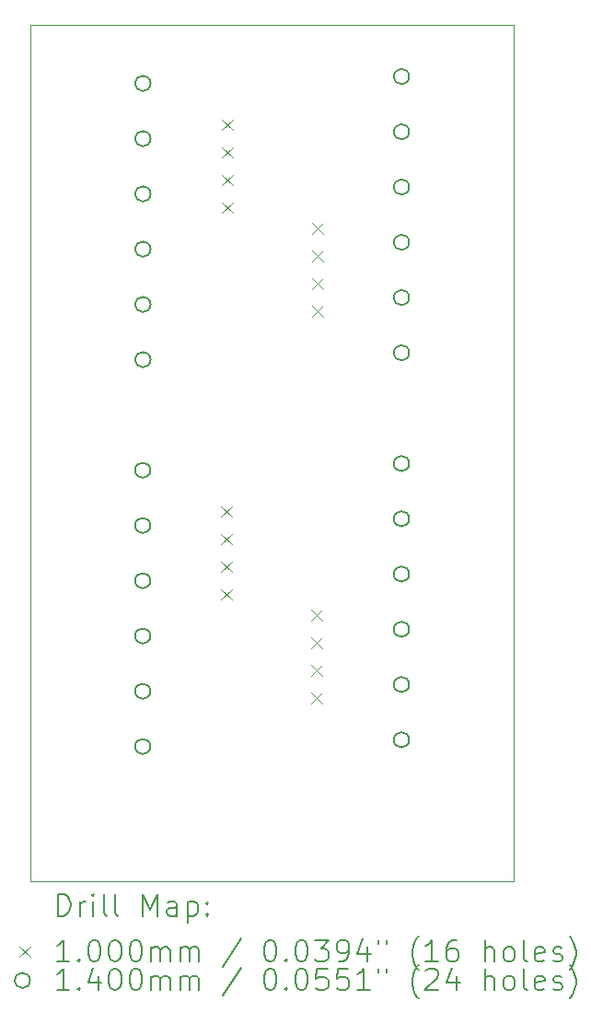
<source format=gbr>
%FSLAX45Y45*%
G04 Gerber Fmt 4.5, Leading zero omitted, Abs format (unit mm)*
G04 Created by KiCad (PCBNEW (6.0.6)) date 2022-07-28 14:44:12*
%MOMM*%
%LPD*%
G01*
G04 APERTURE LIST*
%TA.AperFunction,Profile*%
%ADD10C,0.100000*%
%TD*%
%ADD11C,0.200000*%
%ADD12C,0.100000*%
%ADD13C,0.140000*%
G04 APERTURE END LIST*
D10*
X11269980Y-6195060D02*
X15714980Y-6195060D01*
X15714980Y-6195060D02*
X15714980Y-14069060D01*
X15714980Y-14069060D02*
X11269980Y-14069060D01*
X11269980Y-14069060D02*
X11269980Y-6195060D01*
D11*
D12*
X13019720Y-10618000D02*
X13119720Y-10718000D01*
X13119720Y-10618000D02*
X13019720Y-10718000D01*
X13019720Y-10872000D02*
X13119720Y-10972000D01*
X13119720Y-10872000D02*
X13019720Y-10972000D01*
X13019720Y-11126000D02*
X13119720Y-11226000D01*
X13119720Y-11126000D02*
X13019720Y-11226000D01*
X13019720Y-11380000D02*
X13119720Y-11480000D01*
X13119720Y-11380000D02*
X13019720Y-11480000D01*
X13031000Y-7062000D02*
X13131000Y-7162000D01*
X13131000Y-7062000D02*
X13031000Y-7162000D01*
X13031000Y-7316000D02*
X13131000Y-7416000D01*
X13131000Y-7316000D02*
X13031000Y-7416000D01*
X13031000Y-7570000D02*
X13131000Y-7670000D01*
X13131000Y-7570000D02*
X13031000Y-7670000D01*
X13031000Y-7824000D02*
X13131000Y-7924000D01*
X13131000Y-7824000D02*
X13031000Y-7924000D01*
X13848880Y-11573040D02*
X13948880Y-11673040D01*
X13948880Y-11573040D02*
X13848880Y-11673040D01*
X13848880Y-11827040D02*
X13948880Y-11927040D01*
X13948880Y-11827040D02*
X13848880Y-11927040D01*
X13848880Y-12081040D02*
X13948880Y-12181040D01*
X13948880Y-12081040D02*
X13848880Y-12181040D01*
X13848880Y-12335040D02*
X13948880Y-12435040D01*
X13948880Y-12335040D02*
X13848880Y-12435040D01*
X13856500Y-8014500D02*
X13956500Y-8114500D01*
X13956500Y-8014500D02*
X13856500Y-8114500D01*
X13856500Y-8268500D02*
X13956500Y-8368500D01*
X13956500Y-8268500D02*
X13856500Y-8368500D01*
X13856500Y-8522500D02*
X13956500Y-8622500D01*
X13956500Y-8522500D02*
X13856500Y-8622500D01*
X13856500Y-8776500D02*
X13956500Y-8876500D01*
X13956500Y-8776500D02*
X13856500Y-8876500D01*
D13*
X12371220Y-10287000D02*
G75*
G03*
X12371220Y-10287000I-70000J0D01*
G01*
X12371220Y-10795000D02*
G75*
G03*
X12371220Y-10795000I-70000J0D01*
G01*
X12371220Y-11303000D02*
G75*
G03*
X12371220Y-11303000I-70000J0D01*
G01*
X12371220Y-11811000D02*
G75*
G03*
X12371220Y-11811000I-70000J0D01*
G01*
X12371220Y-12319000D02*
G75*
G03*
X12371220Y-12319000I-70000J0D01*
G01*
X12371220Y-12827000D02*
G75*
G03*
X12371220Y-12827000I-70000J0D01*
G01*
X12373760Y-6731000D02*
G75*
G03*
X12373760Y-6731000I-70000J0D01*
G01*
X12373760Y-7239000D02*
G75*
G03*
X12373760Y-7239000I-70000J0D01*
G01*
X12373760Y-7747000D02*
G75*
G03*
X12373760Y-7747000I-70000J0D01*
G01*
X12373760Y-8255000D02*
G75*
G03*
X12373760Y-8255000I-70000J0D01*
G01*
X12373760Y-8763000D02*
G75*
G03*
X12373760Y-8763000I-70000J0D01*
G01*
X12373760Y-9271000D02*
G75*
G03*
X12373760Y-9271000I-70000J0D01*
G01*
X14751200Y-6667500D02*
G75*
G03*
X14751200Y-6667500I-70000J0D01*
G01*
X14751200Y-7175500D02*
G75*
G03*
X14751200Y-7175500I-70000J0D01*
G01*
X14751200Y-7683500D02*
G75*
G03*
X14751200Y-7683500I-70000J0D01*
G01*
X14751200Y-8191500D02*
G75*
G03*
X14751200Y-8191500I-70000J0D01*
G01*
X14751200Y-8699500D02*
G75*
G03*
X14751200Y-8699500I-70000J0D01*
G01*
X14751200Y-9207500D02*
G75*
G03*
X14751200Y-9207500I-70000J0D01*
G01*
X14751200Y-10226040D02*
G75*
G03*
X14751200Y-10226040I-70000J0D01*
G01*
X14751200Y-10734040D02*
G75*
G03*
X14751200Y-10734040I-70000J0D01*
G01*
X14751200Y-11242040D02*
G75*
G03*
X14751200Y-11242040I-70000J0D01*
G01*
X14751200Y-11750040D02*
G75*
G03*
X14751200Y-11750040I-70000J0D01*
G01*
X14751200Y-12258040D02*
G75*
G03*
X14751200Y-12258040I-70000J0D01*
G01*
X14751200Y-12766040D02*
G75*
G03*
X14751200Y-12766040I-70000J0D01*
G01*
D11*
X11522599Y-14384536D02*
X11522599Y-14184536D01*
X11570218Y-14184536D01*
X11598789Y-14194060D01*
X11617837Y-14213108D01*
X11627361Y-14232155D01*
X11636885Y-14270250D01*
X11636885Y-14298822D01*
X11627361Y-14336917D01*
X11617837Y-14355965D01*
X11598789Y-14375012D01*
X11570218Y-14384536D01*
X11522599Y-14384536D01*
X11722599Y-14384536D02*
X11722599Y-14251203D01*
X11722599Y-14289298D02*
X11732123Y-14270250D01*
X11741647Y-14260727D01*
X11760694Y-14251203D01*
X11779742Y-14251203D01*
X11846408Y-14384536D02*
X11846408Y-14251203D01*
X11846408Y-14184536D02*
X11836885Y-14194060D01*
X11846408Y-14203584D01*
X11855932Y-14194060D01*
X11846408Y-14184536D01*
X11846408Y-14203584D01*
X11970218Y-14384536D02*
X11951170Y-14375012D01*
X11941647Y-14355965D01*
X11941647Y-14184536D01*
X12074980Y-14384536D02*
X12055932Y-14375012D01*
X12046408Y-14355965D01*
X12046408Y-14184536D01*
X12303551Y-14384536D02*
X12303551Y-14184536D01*
X12370218Y-14327393D01*
X12436885Y-14184536D01*
X12436885Y-14384536D01*
X12617837Y-14384536D02*
X12617837Y-14279774D01*
X12608313Y-14260727D01*
X12589266Y-14251203D01*
X12551170Y-14251203D01*
X12532123Y-14260727D01*
X12617837Y-14375012D02*
X12598789Y-14384536D01*
X12551170Y-14384536D01*
X12532123Y-14375012D01*
X12522599Y-14355965D01*
X12522599Y-14336917D01*
X12532123Y-14317869D01*
X12551170Y-14308346D01*
X12598789Y-14308346D01*
X12617837Y-14298822D01*
X12713075Y-14251203D02*
X12713075Y-14451203D01*
X12713075Y-14260727D02*
X12732123Y-14251203D01*
X12770218Y-14251203D01*
X12789266Y-14260727D01*
X12798789Y-14270250D01*
X12808313Y-14289298D01*
X12808313Y-14346441D01*
X12798789Y-14365488D01*
X12789266Y-14375012D01*
X12770218Y-14384536D01*
X12732123Y-14384536D01*
X12713075Y-14375012D01*
X12894028Y-14365488D02*
X12903551Y-14375012D01*
X12894028Y-14384536D01*
X12884504Y-14375012D01*
X12894028Y-14365488D01*
X12894028Y-14384536D01*
X12894028Y-14260727D02*
X12903551Y-14270250D01*
X12894028Y-14279774D01*
X12884504Y-14270250D01*
X12894028Y-14260727D01*
X12894028Y-14279774D01*
D12*
X11164980Y-14664060D02*
X11264980Y-14764060D01*
X11264980Y-14664060D02*
X11164980Y-14764060D01*
D11*
X11627361Y-14804536D02*
X11513075Y-14804536D01*
X11570218Y-14804536D02*
X11570218Y-14604536D01*
X11551170Y-14633108D01*
X11532123Y-14652155D01*
X11513075Y-14661679D01*
X11713075Y-14785488D02*
X11722599Y-14795012D01*
X11713075Y-14804536D01*
X11703551Y-14795012D01*
X11713075Y-14785488D01*
X11713075Y-14804536D01*
X11846408Y-14604536D02*
X11865456Y-14604536D01*
X11884504Y-14614060D01*
X11894028Y-14623584D01*
X11903551Y-14642631D01*
X11913075Y-14680727D01*
X11913075Y-14728346D01*
X11903551Y-14766441D01*
X11894028Y-14785488D01*
X11884504Y-14795012D01*
X11865456Y-14804536D01*
X11846408Y-14804536D01*
X11827361Y-14795012D01*
X11817837Y-14785488D01*
X11808313Y-14766441D01*
X11798789Y-14728346D01*
X11798789Y-14680727D01*
X11808313Y-14642631D01*
X11817837Y-14623584D01*
X11827361Y-14614060D01*
X11846408Y-14604536D01*
X12036885Y-14604536D02*
X12055932Y-14604536D01*
X12074980Y-14614060D01*
X12084504Y-14623584D01*
X12094028Y-14642631D01*
X12103551Y-14680727D01*
X12103551Y-14728346D01*
X12094028Y-14766441D01*
X12084504Y-14785488D01*
X12074980Y-14795012D01*
X12055932Y-14804536D01*
X12036885Y-14804536D01*
X12017837Y-14795012D01*
X12008313Y-14785488D01*
X11998789Y-14766441D01*
X11989266Y-14728346D01*
X11989266Y-14680727D01*
X11998789Y-14642631D01*
X12008313Y-14623584D01*
X12017837Y-14614060D01*
X12036885Y-14604536D01*
X12227361Y-14604536D02*
X12246408Y-14604536D01*
X12265456Y-14614060D01*
X12274980Y-14623584D01*
X12284504Y-14642631D01*
X12294028Y-14680727D01*
X12294028Y-14728346D01*
X12284504Y-14766441D01*
X12274980Y-14785488D01*
X12265456Y-14795012D01*
X12246408Y-14804536D01*
X12227361Y-14804536D01*
X12208313Y-14795012D01*
X12198789Y-14785488D01*
X12189266Y-14766441D01*
X12179742Y-14728346D01*
X12179742Y-14680727D01*
X12189266Y-14642631D01*
X12198789Y-14623584D01*
X12208313Y-14614060D01*
X12227361Y-14604536D01*
X12379742Y-14804536D02*
X12379742Y-14671203D01*
X12379742Y-14690250D02*
X12389266Y-14680727D01*
X12408313Y-14671203D01*
X12436885Y-14671203D01*
X12455932Y-14680727D01*
X12465456Y-14699774D01*
X12465456Y-14804536D01*
X12465456Y-14699774D02*
X12474980Y-14680727D01*
X12494028Y-14671203D01*
X12522599Y-14671203D01*
X12541647Y-14680727D01*
X12551170Y-14699774D01*
X12551170Y-14804536D01*
X12646408Y-14804536D02*
X12646408Y-14671203D01*
X12646408Y-14690250D02*
X12655932Y-14680727D01*
X12674980Y-14671203D01*
X12703551Y-14671203D01*
X12722599Y-14680727D01*
X12732123Y-14699774D01*
X12732123Y-14804536D01*
X12732123Y-14699774D02*
X12741647Y-14680727D01*
X12760694Y-14671203D01*
X12789266Y-14671203D01*
X12808313Y-14680727D01*
X12817837Y-14699774D01*
X12817837Y-14804536D01*
X13208313Y-14595012D02*
X13036885Y-14852155D01*
X13465456Y-14604536D02*
X13484504Y-14604536D01*
X13503551Y-14614060D01*
X13513075Y-14623584D01*
X13522599Y-14642631D01*
X13532123Y-14680727D01*
X13532123Y-14728346D01*
X13522599Y-14766441D01*
X13513075Y-14785488D01*
X13503551Y-14795012D01*
X13484504Y-14804536D01*
X13465456Y-14804536D01*
X13446408Y-14795012D01*
X13436885Y-14785488D01*
X13427361Y-14766441D01*
X13417837Y-14728346D01*
X13417837Y-14680727D01*
X13427361Y-14642631D01*
X13436885Y-14623584D01*
X13446408Y-14614060D01*
X13465456Y-14604536D01*
X13617837Y-14785488D02*
X13627361Y-14795012D01*
X13617837Y-14804536D01*
X13608313Y-14795012D01*
X13617837Y-14785488D01*
X13617837Y-14804536D01*
X13751170Y-14604536D02*
X13770218Y-14604536D01*
X13789266Y-14614060D01*
X13798789Y-14623584D01*
X13808313Y-14642631D01*
X13817837Y-14680727D01*
X13817837Y-14728346D01*
X13808313Y-14766441D01*
X13798789Y-14785488D01*
X13789266Y-14795012D01*
X13770218Y-14804536D01*
X13751170Y-14804536D01*
X13732123Y-14795012D01*
X13722599Y-14785488D01*
X13713075Y-14766441D01*
X13703551Y-14728346D01*
X13703551Y-14680727D01*
X13713075Y-14642631D01*
X13722599Y-14623584D01*
X13732123Y-14614060D01*
X13751170Y-14604536D01*
X13884504Y-14604536D02*
X14008313Y-14604536D01*
X13941647Y-14680727D01*
X13970218Y-14680727D01*
X13989266Y-14690250D01*
X13998789Y-14699774D01*
X14008313Y-14718822D01*
X14008313Y-14766441D01*
X13998789Y-14785488D01*
X13989266Y-14795012D01*
X13970218Y-14804536D01*
X13913075Y-14804536D01*
X13894028Y-14795012D01*
X13884504Y-14785488D01*
X14103551Y-14804536D02*
X14141647Y-14804536D01*
X14160694Y-14795012D01*
X14170218Y-14785488D01*
X14189266Y-14756917D01*
X14198789Y-14718822D01*
X14198789Y-14642631D01*
X14189266Y-14623584D01*
X14179742Y-14614060D01*
X14160694Y-14604536D01*
X14122599Y-14604536D01*
X14103551Y-14614060D01*
X14094028Y-14623584D01*
X14084504Y-14642631D01*
X14084504Y-14690250D01*
X14094028Y-14709298D01*
X14103551Y-14718822D01*
X14122599Y-14728346D01*
X14160694Y-14728346D01*
X14179742Y-14718822D01*
X14189266Y-14709298D01*
X14198789Y-14690250D01*
X14370218Y-14671203D02*
X14370218Y-14804536D01*
X14322599Y-14595012D02*
X14274980Y-14737869D01*
X14398789Y-14737869D01*
X14465456Y-14604536D02*
X14465456Y-14642631D01*
X14541647Y-14604536D02*
X14541647Y-14642631D01*
X14836885Y-14880727D02*
X14827361Y-14871203D01*
X14808313Y-14842631D01*
X14798789Y-14823584D01*
X14789266Y-14795012D01*
X14779742Y-14747393D01*
X14779742Y-14709298D01*
X14789266Y-14661679D01*
X14798789Y-14633108D01*
X14808313Y-14614060D01*
X14827361Y-14585488D01*
X14836885Y-14575965D01*
X15017837Y-14804536D02*
X14903551Y-14804536D01*
X14960694Y-14804536D02*
X14960694Y-14604536D01*
X14941647Y-14633108D01*
X14922599Y-14652155D01*
X14903551Y-14661679D01*
X15189266Y-14604536D02*
X15151170Y-14604536D01*
X15132123Y-14614060D01*
X15122599Y-14623584D01*
X15103551Y-14652155D01*
X15094028Y-14690250D01*
X15094028Y-14766441D01*
X15103551Y-14785488D01*
X15113075Y-14795012D01*
X15132123Y-14804536D01*
X15170218Y-14804536D01*
X15189266Y-14795012D01*
X15198789Y-14785488D01*
X15208313Y-14766441D01*
X15208313Y-14718822D01*
X15198789Y-14699774D01*
X15189266Y-14690250D01*
X15170218Y-14680727D01*
X15132123Y-14680727D01*
X15113075Y-14690250D01*
X15103551Y-14699774D01*
X15094028Y-14718822D01*
X15446408Y-14804536D02*
X15446408Y-14604536D01*
X15532123Y-14804536D02*
X15532123Y-14699774D01*
X15522599Y-14680727D01*
X15503551Y-14671203D01*
X15474980Y-14671203D01*
X15455932Y-14680727D01*
X15446408Y-14690250D01*
X15655932Y-14804536D02*
X15636885Y-14795012D01*
X15627361Y-14785488D01*
X15617837Y-14766441D01*
X15617837Y-14709298D01*
X15627361Y-14690250D01*
X15636885Y-14680727D01*
X15655932Y-14671203D01*
X15684504Y-14671203D01*
X15703551Y-14680727D01*
X15713075Y-14690250D01*
X15722599Y-14709298D01*
X15722599Y-14766441D01*
X15713075Y-14785488D01*
X15703551Y-14795012D01*
X15684504Y-14804536D01*
X15655932Y-14804536D01*
X15836885Y-14804536D02*
X15817837Y-14795012D01*
X15808313Y-14775965D01*
X15808313Y-14604536D01*
X15989266Y-14795012D02*
X15970218Y-14804536D01*
X15932123Y-14804536D01*
X15913075Y-14795012D01*
X15903551Y-14775965D01*
X15903551Y-14699774D01*
X15913075Y-14680727D01*
X15932123Y-14671203D01*
X15970218Y-14671203D01*
X15989266Y-14680727D01*
X15998789Y-14699774D01*
X15998789Y-14718822D01*
X15903551Y-14737869D01*
X16074980Y-14795012D02*
X16094028Y-14804536D01*
X16132123Y-14804536D01*
X16151170Y-14795012D01*
X16160694Y-14775965D01*
X16160694Y-14766441D01*
X16151170Y-14747393D01*
X16132123Y-14737869D01*
X16103551Y-14737869D01*
X16084504Y-14728346D01*
X16074980Y-14709298D01*
X16074980Y-14699774D01*
X16084504Y-14680727D01*
X16103551Y-14671203D01*
X16132123Y-14671203D01*
X16151170Y-14680727D01*
X16227361Y-14880727D02*
X16236885Y-14871203D01*
X16255932Y-14842631D01*
X16265456Y-14823584D01*
X16274980Y-14795012D01*
X16284504Y-14747393D01*
X16284504Y-14709298D01*
X16274980Y-14661679D01*
X16265456Y-14633108D01*
X16255932Y-14614060D01*
X16236885Y-14585488D01*
X16227361Y-14575965D01*
D13*
X11264980Y-14978060D02*
G75*
G03*
X11264980Y-14978060I-70000J0D01*
G01*
D11*
X11627361Y-15068536D02*
X11513075Y-15068536D01*
X11570218Y-15068536D02*
X11570218Y-14868536D01*
X11551170Y-14897108D01*
X11532123Y-14916155D01*
X11513075Y-14925679D01*
X11713075Y-15049488D02*
X11722599Y-15059012D01*
X11713075Y-15068536D01*
X11703551Y-15059012D01*
X11713075Y-15049488D01*
X11713075Y-15068536D01*
X11894028Y-14935203D02*
X11894028Y-15068536D01*
X11846408Y-14859012D02*
X11798789Y-15001869D01*
X11922599Y-15001869D01*
X12036885Y-14868536D02*
X12055932Y-14868536D01*
X12074980Y-14878060D01*
X12084504Y-14887584D01*
X12094028Y-14906631D01*
X12103551Y-14944727D01*
X12103551Y-14992346D01*
X12094028Y-15030441D01*
X12084504Y-15049488D01*
X12074980Y-15059012D01*
X12055932Y-15068536D01*
X12036885Y-15068536D01*
X12017837Y-15059012D01*
X12008313Y-15049488D01*
X11998789Y-15030441D01*
X11989266Y-14992346D01*
X11989266Y-14944727D01*
X11998789Y-14906631D01*
X12008313Y-14887584D01*
X12017837Y-14878060D01*
X12036885Y-14868536D01*
X12227361Y-14868536D02*
X12246408Y-14868536D01*
X12265456Y-14878060D01*
X12274980Y-14887584D01*
X12284504Y-14906631D01*
X12294028Y-14944727D01*
X12294028Y-14992346D01*
X12284504Y-15030441D01*
X12274980Y-15049488D01*
X12265456Y-15059012D01*
X12246408Y-15068536D01*
X12227361Y-15068536D01*
X12208313Y-15059012D01*
X12198789Y-15049488D01*
X12189266Y-15030441D01*
X12179742Y-14992346D01*
X12179742Y-14944727D01*
X12189266Y-14906631D01*
X12198789Y-14887584D01*
X12208313Y-14878060D01*
X12227361Y-14868536D01*
X12379742Y-15068536D02*
X12379742Y-14935203D01*
X12379742Y-14954250D02*
X12389266Y-14944727D01*
X12408313Y-14935203D01*
X12436885Y-14935203D01*
X12455932Y-14944727D01*
X12465456Y-14963774D01*
X12465456Y-15068536D01*
X12465456Y-14963774D02*
X12474980Y-14944727D01*
X12494028Y-14935203D01*
X12522599Y-14935203D01*
X12541647Y-14944727D01*
X12551170Y-14963774D01*
X12551170Y-15068536D01*
X12646408Y-15068536D02*
X12646408Y-14935203D01*
X12646408Y-14954250D02*
X12655932Y-14944727D01*
X12674980Y-14935203D01*
X12703551Y-14935203D01*
X12722599Y-14944727D01*
X12732123Y-14963774D01*
X12732123Y-15068536D01*
X12732123Y-14963774D02*
X12741647Y-14944727D01*
X12760694Y-14935203D01*
X12789266Y-14935203D01*
X12808313Y-14944727D01*
X12817837Y-14963774D01*
X12817837Y-15068536D01*
X13208313Y-14859012D02*
X13036885Y-15116155D01*
X13465456Y-14868536D02*
X13484504Y-14868536D01*
X13503551Y-14878060D01*
X13513075Y-14887584D01*
X13522599Y-14906631D01*
X13532123Y-14944727D01*
X13532123Y-14992346D01*
X13522599Y-15030441D01*
X13513075Y-15049488D01*
X13503551Y-15059012D01*
X13484504Y-15068536D01*
X13465456Y-15068536D01*
X13446408Y-15059012D01*
X13436885Y-15049488D01*
X13427361Y-15030441D01*
X13417837Y-14992346D01*
X13417837Y-14944727D01*
X13427361Y-14906631D01*
X13436885Y-14887584D01*
X13446408Y-14878060D01*
X13465456Y-14868536D01*
X13617837Y-15049488D02*
X13627361Y-15059012D01*
X13617837Y-15068536D01*
X13608313Y-15059012D01*
X13617837Y-15049488D01*
X13617837Y-15068536D01*
X13751170Y-14868536D02*
X13770218Y-14868536D01*
X13789266Y-14878060D01*
X13798789Y-14887584D01*
X13808313Y-14906631D01*
X13817837Y-14944727D01*
X13817837Y-14992346D01*
X13808313Y-15030441D01*
X13798789Y-15049488D01*
X13789266Y-15059012D01*
X13770218Y-15068536D01*
X13751170Y-15068536D01*
X13732123Y-15059012D01*
X13722599Y-15049488D01*
X13713075Y-15030441D01*
X13703551Y-14992346D01*
X13703551Y-14944727D01*
X13713075Y-14906631D01*
X13722599Y-14887584D01*
X13732123Y-14878060D01*
X13751170Y-14868536D01*
X13998789Y-14868536D02*
X13903551Y-14868536D01*
X13894028Y-14963774D01*
X13903551Y-14954250D01*
X13922599Y-14944727D01*
X13970218Y-14944727D01*
X13989266Y-14954250D01*
X13998789Y-14963774D01*
X14008313Y-14982822D01*
X14008313Y-15030441D01*
X13998789Y-15049488D01*
X13989266Y-15059012D01*
X13970218Y-15068536D01*
X13922599Y-15068536D01*
X13903551Y-15059012D01*
X13894028Y-15049488D01*
X14189266Y-14868536D02*
X14094028Y-14868536D01*
X14084504Y-14963774D01*
X14094028Y-14954250D01*
X14113075Y-14944727D01*
X14160694Y-14944727D01*
X14179742Y-14954250D01*
X14189266Y-14963774D01*
X14198789Y-14982822D01*
X14198789Y-15030441D01*
X14189266Y-15049488D01*
X14179742Y-15059012D01*
X14160694Y-15068536D01*
X14113075Y-15068536D01*
X14094028Y-15059012D01*
X14084504Y-15049488D01*
X14389266Y-15068536D02*
X14274980Y-15068536D01*
X14332123Y-15068536D02*
X14332123Y-14868536D01*
X14313075Y-14897108D01*
X14294028Y-14916155D01*
X14274980Y-14925679D01*
X14465456Y-14868536D02*
X14465456Y-14906631D01*
X14541647Y-14868536D02*
X14541647Y-14906631D01*
X14836885Y-15144727D02*
X14827361Y-15135203D01*
X14808313Y-15106631D01*
X14798789Y-15087584D01*
X14789266Y-15059012D01*
X14779742Y-15011393D01*
X14779742Y-14973298D01*
X14789266Y-14925679D01*
X14798789Y-14897108D01*
X14808313Y-14878060D01*
X14827361Y-14849488D01*
X14836885Y-14839965D01*
X14903551Y-14887584D02*
X14913075Y-14878060D01*
X14932123Y-14868536D01*
X14979742Y-14868536D01*
X14998789Y-14878060D01*
X15008313Y-14887584D01*
X15017837Y-14906631D01*
X15017837Y-14925679D01*
X15008313Y-14954250D01*
X14894028Y-15068536D01*
X15017837Y-15068536D01*
X15189266Y-14935203D02*
X15189266Y-15068536D01*
X15141647Y-14859012D02*
X15094028Y-15001869D01*
X15217837Y-15001869D01*
X15446408Y-15068536D02*
X15446408Y-14868536D01*
X15532123Y-15068536D02*
X15532123Y-14963774D01*
X15522599Y-14944727D01*
X15503551Y-14935203D01*
X15474980Y-14935203D01*
X15455932Y-14944727D01*
X15446408Y-14954250D01*
X15655932Y-15068536D02*
X15636885Y-15059012D01*
X15627361Y-15049488D01*
X15617837Y-15030441D01*
X15617837Y-14973298D01*
X15627361Y-14954250D01*
X15636885Y-14944727D01*
X15655932Y-14935203D01*
X15684504Y-14935203D01*
X15703551Y-14944727D01*
X15713075Y-14954250D01*
X15722599Y-14973298D01*
X15722599Y-15030441D01*
X15713075Y-15049488D01*
X15703551Y-15059012D01*
X15684504Y-15068536D01*
X15655932Y-15068536D01*
X15836885Y-15068536D02*
X15817837Y-15059012D01*
X15808313Y-15039965D01*
X15808313Y-14868536D01*
X15989266Y-15059012D02*
X15970218Y-15068536D01*
X15932123Y-15068536D01*
X15913075Y-15059012D01*
X15903551Y-15039965D01*
X15903551Y-14963774D01*
X15913075Y-14944727D01*
X15932123Y-14935203D01*
X15970218Y-14935203D01*
X15989266Y-14944727D01*
X15998789Y-14963774D01*
X15998789Y-14982822D01*
X15903551Y-15001869D01*
X16074980Y-15059012D02*
X16094028Y-15068536D01*
X16132123Y-15068536D01*
X16151170Y-15059012D01*
X16160694Y-15039965D01*
X16160694Y-15030441D01*
X16151170Y-15011393D01*
X16132123Y-15001869D01*
X16103551Y-15001869D01*
X16084504Y-14992346D01*
X16074980Y-14973298D01*
X16074980Y-14963774D01*
X16084504Y-14944727D01*
X16103551Y-14935203D01*
X16132123Y-14935203D01*
X16151170Y-14944727D01*
X16227361Y-15144727D02*
X16236885Y-15135203D01*
X16255932Y-15106631D01*
X16265456Y-15087584D01*
X16274980Y-15059012D01*
X16284504Y-15011393D01*
X16284504Y-14973298D01*
X16274980Y-14925679D01*
X16265456Y-14897108D01*
X16255932Y-14878060D01*
X16236885Y-14849488D01*
X16227361Y-14839965D01*
M02*

</source>
